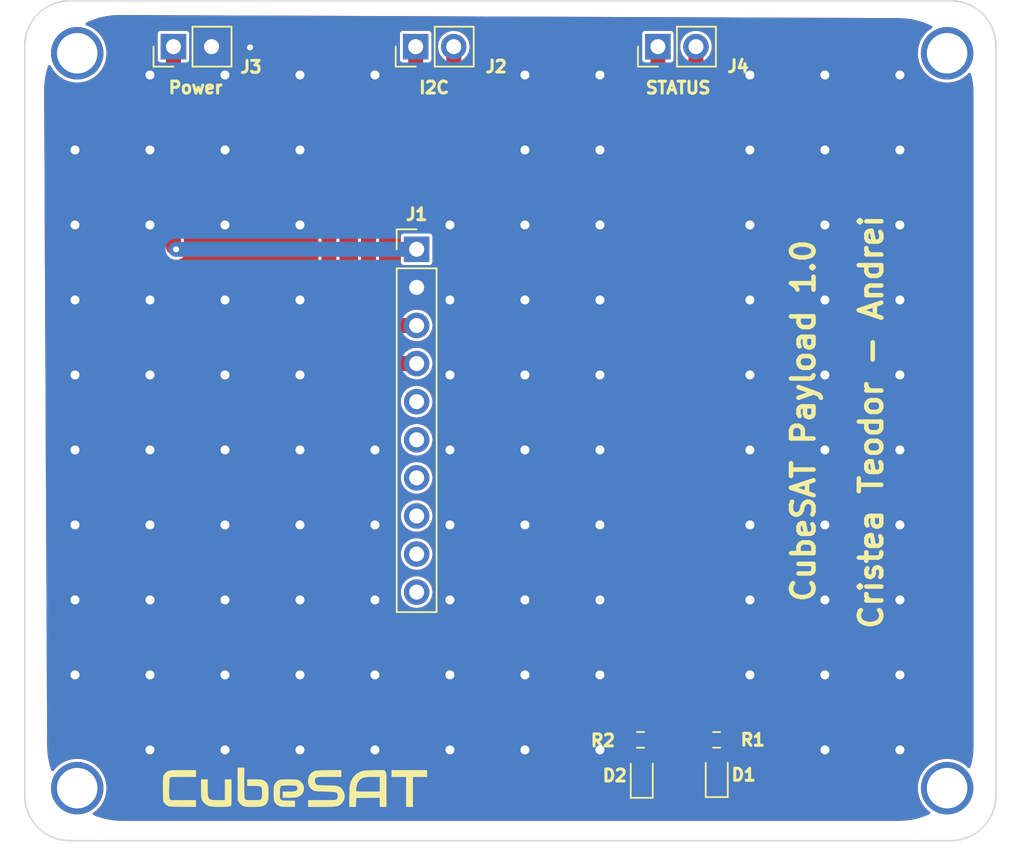
<source format=kicad_pcb>
(kicad_pcb (version 20221018) (generator pcbnew)
  (layers (0 "F.Cu" signal) (31 "B.Cu" signal) (34 "B.Paste" user) (35 "F.Paste" user) (36 "B.SilkS" user "B.Silkscreen") (37 "F.SilkS" user "F.Silkscreen") (38 "B.Mask" user) (39 "F.Mask" user) (44 "Edge.Cuts" user))
  (net 0 "")
  (net 1 "/SDA")
  (net 2 "/SCL")
  (net 3 "+3V3")
  (net 4 "GND")
  (net 11 "Net-(D1-A)")
  (net 12 "Net-(D2-A)")
  (net 13 "Net-(J4-Pin_1)")
  (net 14 "Net-(J4-Pin_2)")
  (footprint "LED_SMD:LED_0603_1608Metric" (layer "F.Cu") (at 153.32 116.99 90)
    (fp_text reference "D1" (at -0.0025 1.79 180) (layer "F.SilkS") (effects (font (size 0.8 0.8) (thickness 0.2) bold)))
    (fp_text value "C2286" hide)
    (fp_line (start -1.485 -0.735) (end -1.485 0.735) (stroke (width 0.12)) (layer "F.SilkS"))
    (fp_line (start -1.485 0.735) (end 0.8 0.735) (stroke (width 0.12)) (layer "F.SilkS"))
    (fp_line (start 0.8 -0.735) (end -1.485 -0.735) (stroke (width 0.12)) (layer "F.SilkS"))
    (pad "1" smd roundrect (at -0.7875 0 90) (size 0.875 0.95) (layers "F.Cu" "F.Paste" "F.Mask") (net 4 "GND"))
    (pad "2" smd roundrect (at 0.7875 0 90) (size 0.875 0.95) (layers "F.Cu" "F.Paste" "F.Mask") (net 11 "Net-(D1-A)"))
  )
  (footprint "LED_SMD:LED_0603_1608Metric" (layer "F.Cu") (at 148.32 117.04 90)
    (fp_text reference "D2" (at 0 -1.8 180) (layer "F.SilkS") (effects (font (size 0.8 0.8) (thickness 0.2) bold)))
    (fp_text value "C434449" hide)
    (fp_line (start -1.485 -0.735) (end -1.485 0.735) (stroke (width 0.12)) (layer "F.SilkS"))
    (fp_line (start -1.485 0.735) (end 0.8 0.735) (stroke (width 0.12)) (layer "F.SilkS"))
    (fp_line (start 0.8 -0.735) (end -1.485 -0.735) (stroke (width 0.12)) (layer "F.SilkS"))
    (pad "1" smd roundrect (at -0.7875 0 90) (size 0.875 0.95) (layers "F.Cu" "F.Paste" "F.Mask") (net 4 "GND"))
    (pad "2" smd roundrect (at 0.7875 0 90) (size 0.875 0.95) (layers "F.Cu" "F.Paste" "F.Mask") (net 12 "Net-(D2-A)"))
  )
  (footprint "Resistor_SMD:R_0603_1608Metric" (layer "F.Cu") (at 153.31 114.66)
    (fp_text reference "R1" (at 2.41 0) (layer "F.SilkS") (effects (font (size 0.8 0.8) (thickness 0.2) bold)))
    (fp_text value "220R" hide)
    (fp_line (start -0.237258 -0.5225) (end 0.237258 -0.5225) (stroke (width 0.12)) (layer "F.SilkS"))
    (fp_line (start -0.237258 0.5225) (end 0.237258 0.5225) (stroke (width 0.12)) (layer "F.SilkS"))
    (pad "1" smd roundrect (at -0.825 0) (size 0.8 0.95) (layers "F.Cu" "F.Paste" "F.Mask") (net 14 "Net-(J4-Pin_2)"))
    (pad "2" smd roundrect (at 0.825 0) (size 0.8 0.95) (layers "F.Cu" "F.Paste" "F.Mask") (net 11 "Net-(D1-A)"))
  )
  (footprint "Logo:Logo" (layer "F.Cu") (at 125.198682 117.768692)
    (fp_text reference "G***" hide)
    (fp_text value "LOGO" hide)
    (fp_poly (pts (xy 8.805334 -0.8636) (xy 8.805334 -0.643467) (xy 8.3312 -0.643467) (xy 7.857067 -0.643467) (xy 7.857067 0.3556) (xy 7.857067 1.354667) (xy 7.636934 1.354667) (xy 7.4168 1.354667) (xy 7.4168 0.3556) (xy 7.4168 -0.643467) (xy 6.925734 -0.643467) (xy 6.434667 -0.643467) (xy 6.434667 -0.8636) (xy 6.434667 -1.083733) (xy 7.62 -1.083733) (xy 8.805334 -1.083733)) (fill solid) (layer "F.SilkS"))
    (fp_poly (pts (xy -5.825067 0.087908) (xy -5.823319 0.345181) (xy -5.81353 0.54264) (xy -5.788878 0.688195) (xy -5.742541 0.789755) (xy -5.6677 0.855229) (xy -5.557533 0.892525) (xy -5.405219 0.909553) (xy -5.203937 0.914222) (xy -5.112273 0.9144) (xy -4.6736 0.9144) (xy -4.6736 0.220134) (xy -4.6736 -0.474133) (xy -4.453466 -0.474133) (xy -4.233333 -0.474133) (xy -4.233333 0.387546) (xy -4.23348 0.651057) (xy -4.234372 0.855069) (xy -4.236688 1.007816) (xy -4.241105 1.117532) (xy -4.2483 1.192451) (xy -4.258953 1.240807) (xy -4.27374 1.270834) (xy -4.293339 1.290767) (xy -4.308602 1.301946) (xy -4.374164 1.323161) (xy -4.493777 1.339145) (xy -4.653966 1.349942) (xy -4.841255 1.355598) (xy -5.042168 1.356156) (xy -5.24323 1.351661) (xy -5.430964 1.342158) (xy -5.591894 1.327692) (xy -5.712545 1.308307) (xy -5.752471 1.297169) (xy -5.899835 1.22131) (xy -6.039807 1.108289) (xy -6.153893 0.976297) (xy -6.223598 0.843523) (xy -6.22774 0.829733) (xy -6.240185 0.750739) (xy -6.250886 0.618575) (xy -6.259086 0.447798) (xy -6.264028 0.252965) (xy -6.265144 0.110067) (xy -6.265333 -0.474133) (xy -6.0452 -0.474133) (xy -5.825067 -0.474133)) (fill solid) (layer "F.SilkS"))
    (fp_poly (pts (xy -6.604 -0.8636) (xy -6.604 -0.643467) (xy -7.44652 -0.643467) (xy -7.710598 -0.643025) (xy -7.915046 -0.641362) (xy -8.067959 -0.637968) (xy -8.177438 -0.632333) (xy -8.251579 -0.623948) (xy -8.298482 -0.612304) (xy -8.326243 -0.596892) (xy -8.33552 -0.587562) (xy -8.353402 -0.547661) (xy -8.367337 -0.471269) (xy -8.377932 -0.350982) (xy -8.385792 -0.179395) (xy -8.391523 0.050896) (xy -8.392547 0.109474) (xy -8.395543 0.340849) (xy -8.395467 0.514392) (xy -8.391731 0.639958) (xy -8.383747 0.727402) (xy -8.370928 0.786579) (xy -8.352687 0.827346) (xy -8.349433 0.832503) (xy -8.295772 0.9144) (xy -7.449886 0.9144) (xy -6.604 0.9144) (xy -6.604 1.134533) (xy -6.604 1.354667) (xy -7.459133 1.351612) (xy -7.699145 1.349556) (xy -7.921856 1.345389) (xy -8.116664 1.339488) (xy -8.272963 1.332232) (xy -8.380152 1.323996) (xy -8.422124 1.31735) (xy -8.533889 1.260855) (xy -8.648305 1.16598) (xy -8.740141 1.056075) (xy -8.774417 0.991307) (xy -8.783251 0.934972) (xy -8.791052 0.821668) (xy -8.797443 0.662154) (xy -8.802048 0.467191) (xy -8.804489 0.247539) (xy -8.804776 0.124795) (xy -8.804303 -0.12689) (xy -8.802757 -0.320426) (xy -8.799342 -0.465395) (xy -8.793264 -0.571379) (xy -8.783726 -0.647962) (xy -8.769934 -0.704727) (xy -8.751092 -0.751255) (xy -8.728576 -0.793326) (xy -8.622172 -0.922073) (xy -8.503673 -1.004992) (xy -8.455949 -1.028954) (xy -8.408746 -1.047487) (xy -8.353003 -1.061288) (xy -8.279659 -1.071053) (xy -8.179651 -1.07748) (xy -8.043919 -1.081264) (xy -7.8634 -1.083101) (xy -7.629034 -1.08369) (xy -7.479206 -1.083733) (xy -6.604 -1.083733)) (fill solid) (layer "F.SilkS"))
    (fp_poly (pts (xy 6.025809 -0.994499) (xy 6.04486 -0.967921) (xy 6.060112 -0.93693) (xy 6.071989 -0.894204) (xy 6.08091 -0.832421) (xy 6.087299 -0.744258) (xy 6.091575 -0.622394) (xy 6.094161 -0.459506) (xy 6.095479 -0.248273) (xy 6.095949 0.018628) (xy 6.096 0.224701) (xy 6.096 1.354667) (xy 5.875867 1.354667) (xy 5.655733 1.354667) (xy 5.655733 1.049243) (xy 5.655733 0.743818) (xy 4.868333 0.752909) (xy 4.080933 0.762) (xy 4.071148 1.058333) (xy 4.061363 1.354667) (xy 3.842548 1.354667) (xy 3.623733 1.354667) (xy 3.624404 0.770467) (xy 3.626627 0.557905) (xy 3.632331 0.350059) (xy 3.635656 0.277044) (xy 4.074489 0.277044) (xy 4.078279 0.29316) (xy 4.096903 0.308285) (xy 4.144494 0.319838) (xy 4.228248 0.328232) (xy 4.355363 0.333877) (xy 4.533038 0.337184) (xy 4.768471 0.338563) (xy 4.875737 0.338667) (xy 5.655733 0.338667) (xy 5.655733 -0.1524) (xy 5.655733 -0.643467) (xy 5.185858 -0.643467) (xy 4.935554 -0.639112) (xy 4.740832 -0.624276) (xy 4.589995 -0.596297) (xy 4.471346 -0.552515) (xy 4.373186 -0.490269) (xy 4.323923 -0.447418) (xy 4.244835 -0.359317) (xy 4.181436 -0.267503) (xy 4.17717 -0.259624) (xy 4.144396 -0.17335) (xy 4.113696 -0.053938) (xy 4.089116 0.076004) (xy 4.074698 0.193867) (xy 4.074489 0.277044) (xy 3.635656 0.277044) (xy 3.640787 0.164384) (xy 3.651269 0.018336) (xy 3.658345 -0.043827) (xy 3.726241 -0.32431) (xy 3.844085 -0.561086) (xy 4.015012 -0.759404) (xy 4.149397 -0.865608) (xy 4.261161 -0.935929) (xy 4.373693 -0.9897) (xy 4.498243 -1.029007) (xy 4.646061 -1.055937) (xy 4.828398 -1.072578) (xy 5.056502 -1.081015) (xy 5.323075 -1.083331) (xy 5.955617 -1.083733)) (fill solid) (layer "F.SilkS"))
    (fp_poly (pts (xy -3.386667 -0.244602) (xy -3.386224 0.05051) (xy -3.384654 0.285307) (xy -3.381598 0.467202) (xy -3.376694 0.603608) (xy -3.369582 0.70194) (xy -3.359901 0.769612) (xy -3.347291 0.814036) (xy -3.333946 0.839131) (xy -3.309849 0.868641) (xy -3.278242 0.88923) (xy -3.227648 0.902499) (xy -3.146589 0.910047) (xy -3.02359 0.913474) (xy -2.847174 0.91438) (xy -2.794 0.9144) (xy -2.580889 0.91364) (xy -2.426162 0.906274) (xy -2.320477 0.884675) (xy -2.254493 0.841217) (xy -2.218868 0.768272) (xy -2.204261 0.658212) (xy -2.201329 0.503411) (xy -2.201333 0.430505) (xy -2.201761 0.25477) (xy -2.20964 0.130055) (xy -2.234864 0.047626) (xy -2.287328 -0.001248) (xy -2.376926 -0.0253) (xy -2.513552 -0.033265) (xy -2.707101 -0.033874) (xy -2.727458 -0.033866) (xy -3.183467 -0.033866) (xy -3.183467 -0.254) (xy -3.183467 -0.474133) (xy -2.7178 -0.473389) (xy -2.515803 -0.471376) (xy -2.36754 -0.465105) (xy -2.259068 -0.453109) (xy -2.176446 -0.433925) (xy -2.114005 -0.409911) (xy -1.985994 -0.336104) (xy -1.890446 -0.240781) (xy -1.824085 -0.115066) (xy -1.783636 0.049916) (xy -1.765821 0.263041) (xy -1.767243 0.529537) (xy -1.774154 0.706357) (xy -1.783165 0.831082) (xy -1.797318 0.919346) (xy -1.819652 0.98678) (xy -1.853207 1.049017) (xy -1.874783 1.082529) (xy -1.943291 1.173844) (xy -2.01859 1.242442) (xy -2.111247 1.291441) (xy -2.231831 1.323962) (xy -2.390907 1.343124) (xy -2.599045 1.352047) (xy -2.794 1.353896) (xy -3.002608 1.353344) (xy -3.156291 1.35016) (xy -3.267848 1.343008) (xy -3.350073 1.330553) (xy -3.415765 1.311457) (xy -3.47772 1.284385) (xy -3.482568 1.281998) (xy -3.61218 1.192584) (xy -3.718012 1.075341) (xy -3.719634 1.07291) (xy -3.81 0.936437) (xy -3.82059 -0.158315) (xy -3.831181 -1.253066) (xy -3.608924 -1.253066) (xy -3.386667 -1.253066)) (fill solid) (layer "F.SilkS"))
    (fp_poly (pts (xy -0.187966 -0.47269) (xy -0.035556 -0.469593) (xy 0.073877 -0.462894) (xy 0.15271 -0.451201) (xy 0.213319 -0.433125) (xy 0.268078 -0.407273) (xy 0.286865 -0.39686) (xy 0.438401 -0.277944) (xy 0.538872 -0.130219) (xy 0.589885 0.034553) (xy 0.593047 0.20461) (xy 0.549964 0.368192) (xy 0.462243 0.513537) (xy 0.331491 0.628882) (xy 0.159314 0.702468) (xy 0.135935 0.707936) (xy 0.02931 0.723302) (xy -0.122369 0.735569) (xy -0.296443 0.743236) (xy -0.425 0.745067) (xy -0.8128 0.745067) (xy -0.8128 0.541867) (xy -0.8128 0.338667) (xy -0.414866 0.338168) (xy -0.204032 0.334601) (xy -0.05136 0.322334) (xy 0.052504 0.298101) (xy 0.116913 0.258634) (xy 0.15122 0.200669) (xy 0.163533 0.136189) (xy 0.165018 0.063391) (xy 0.147669 0.010172) (xy 0.102793 -0.026479) (xy 0.021696 -0.049569) (xy -0.104317 -0.062107) (xy -0.283939 -0.067103) (xy -0.425659 -0.067733) (xy -0.620945 -0.066622) (xy -0.759486 -0.062512) (xy -0.852247 -0.054241) (xy -0.910191 -0.040644) (xy -0.944283 -0.020558) (xy -0.952586 -0.011807) (xy -0.979676 0.05739) (xy -0.999554 0.187659) (xy -1.01085 0.362138) (xy -1.016393 0.572516) (xy -1.009089 0.725382) (xy -0.979967 0.829914) (xy -0.920054 0.895289) (xy -0.820377 0.930686) (xy -0.671965 0.945282) (xy -0.465845 0.948255) (xy -0.437847 0.948267) (xy 0 0.948267) (xy 0 1.151467) (xy 0 1.354667) (xy -0.465666 1.353923) (xy -0.667348 1.351926) (xy -0.8152 1.345707) (xy -0.923073 1.33381) (xy -1.004813 1.314777) (xy -1.0668 1.290657) (xy -1.23834 1.18074) (xy -1.356039 1.036478) (xy -1.386277 0.971462) (xy -1.402012 0.892948) (xy -1.413106 0.764203) (xy -1.419521 0.602574) (xy -1.421214 0.425409) (xy -1.418148 0.250053) (xy -1.410281 0.093853) (xy -1.397575 -0.025844) (xy -1.388675 -0.069235) (xy -1.327841 -0.1923) (xy -1.224881 -0.312911) (xy -1.102051 -0.407574) (xy -1.039195 -0.438189) (xy -0.972403 -0.450695) (xy -0.851496 -0.461172) (xy -0.690079 -0.468873) (xy -0.501759 -0.473048) (xy -0.395728 -0.473576)) (fill solid) (layer "F.SilkS"))
    (fp_poly (pts (xy 3.081867 -0.8636) (xy 3.081867 -0.643467) (xy 2.27554 -0.643467) (xy 2.005919 -0.643041) (xy 1.795958 -0.640679) (xy 1.637584 -0.634748) (xy 1.522723 -0.623618) (xy 1.443302 -0.605658) (xy 1.391248 -0.579238) (xy 1.358489 -0.542725) (xy 1.336951 -0.494491) (xy 1.323747 -0.451197) (xy 1.317364 -0.332436) (xy 1.355445 -0.217685) (xy 1.427138 -0.130017) (xy 1.490134 -0.097485) (xy 1.551042 -0.089695) (xy 1.666683 -0.082543) (xy 1.824055 -0.07655) (xy 2.010157 -0.072235) (xy 2.167467 -0.070365) (xy 2.420976 -0.066474) (xy 2.617788 -0.056886) (xy 2.76888 -0.038772) (xy 2.885228 -0.009307) (xy 2.977807 0.034337) (xy 3.057594 0.094987) (xy 3.135565 0.17547) (xy 3.139577 0.180025) (xy 3.255894 0.359404) (xy 3.311639 0.555094) (xy 3.307284 0.754882) (xy 3.243304 0.946554) (xy 3.120172 1.117896) (xy 3.102537 1.13546) (xy 3.035677 1.196314) (xy 2.96965 1.244771) (xy 2.89601 1.282232) (xy 2.806309 1.310102) (xy 2.6921 1.329781) (xy 2.544937 1.342674) (xy 2.356372 1.350183) (xy 2.117958 1.353711) (xy 1.821249 1.35466) (xy 1.782538 1.354667) (xy 0.880534 1.354667) (xy 0.880534 1.134533) (xy 0.880534 0.9144) (xy 1.780227 0.9144) (xy 2.048694 0.913139) (xy 2.284088 0.90953) (xy 2.478928 0.903834) (xy 2.625734 0.896313) (xy 2.717026 0.887227) (xy 2.742714 0.880793) (xy 2.806479 0.814205) (xy 2.849091 0.71036) (xy 2.861435 0.598655) (xy 2.849345 0.536887) (xy 2.824147 0.478839) (xy 2.792465 0.434539) (xy 2.745295 0.401836) (xy 2.673636 0.378583) (xy 2.568486 0.362627) (xy 2.420842 0.351821) (xy 2.221702 0.344014) (xy 2.018392 0.338462) (xy 1.766282 0.331205) (xy 1.571538 0.322152) (xy 1.423798 0.308907) (xy 1.312697 0.289074) (xy 1.227872 0.260256) (xy 1.158959 0.220058) (xy 1.095595 0.166084) (xy 1.043555 0.11309) (xy 0.946419 -0.018798) (xy 0.892236 -0.171962) (xy 0.874296 -0.365826) (xy 0.874229 -0.377211) (xy 0.900713 -0.594988) (xy 0.982519 -0.775355) (xy 1.106989 -0.910785) (xy 1.174879 -0.96205) (xy 1.245617 -1.002167) (xy 1.328294 -1.032474) (xy 1.432001 -1.05431) (xy 1.565829 -1.069013) (xy 1.73887 -1.077923) (xy 1.960216 -1.082379) (xy 2.238958 -1.083718) (xy 2.281463 -1.083733) (xy 3.081867 -1.083733)) (fill solid) (layer "F.SilkS"))
  )
  (footprint "MountingHole:MountingHole_2.7mm" (layer "F.Cu") (at 168.678682 68.878692)
    (fp_text reference "H2" hide)
    (fp_text value "MountingHole")
    (pad "" np_thru_hole circle (at 0 0) (size 3.5 3.5) (drill 2.7) (layers "*.Cu" "*.Mask"))
  )
  (footprint "MountingHole:MountingHole_2.7mm" (layer "F.Cu") (at 110.678682 68.878692)
    (fp_text reference "H1" hide)
    (fp_text value "MountingHole")
    (pad "" np_thru_hole circle (at 0 0) (size 3.5 3.5) (drill 2.7) (layers "*.Cu" "*.Mask"))
  )
  (footprint "Connector_PinHeader_2.54mm:PinHeader_1x02_P2.54mm_Vertical" (layer "F.Cu") (at 149.395 68.44 90)
    (fp_text reference "J4" (at -1.31 5.345 180) (layer "F.SilkS") (effects (font (size 0.8 0.8) (thickness 0.2) bold)))
    (fp_text value "Conn_01x02_Pin" hide)
    (fp_line (start -1.33 -1.33) (end 0 -1.33) (stroke (width 0.12)) (layer "F.SilkS"))
    (fp_line (start -1.33 0) (end -1.33 -1.33) (stroke (width 0.12)) (layer "F.SilkS"))
    (fp_line (start -1.33 1.27) (end -1.33 3.87) (stroke (width 0.12)) (layer "F.SilkS"))
    (fp_line (start -1.33 1.27) (end 1.33 1.27) (stroke (width 0.12)) (layer "F.SilkS"))
    (fp_line (start -1.33 3.87) (end 1.33 3.87) (stroke (width 0.12)) (layer "F.SilkS"))
    (fp_line (start 1.33 1.27) (end 1.33 3.87) (stroke (width 0.12)) (layer "F.SilkS"))
    (pad "1" thru_hole rect (at 0 0 90) (size 1.7 1.7) (drill 1) (layers "*.Cu" "*.Mask") (net 13 "Net-(J4-Pin_1)"))
    (pad "2" thru_hole oval (at 0 2.54 90) (size 1.7 1.7) (drill 1) (layers "*.Cu" "*.Mask") (net 14 "Net-(J4-Pin_2)"))
  )
  (footprint "Connector_PinHeader_2.54mm:PinHeader_1x02_P2.54mm_Vertical" (layer "F.Cu") (at 133.245 68.44 90)
    (fp_text reference "J2" (at -1.33 5.365 180) (layer "F.SilkS") (effects (font (size 0.8 0.8) (thickness 0.2) bold)))
    (fp_text value "Conn_01x02_Pin" hide)
    (fp_line (start -1.33 -1.33) (end 0 -1.33) (stroke (width 0.12)) (layer "F.SilkS"))
    (fp_line (start -1.33 0) (end -1.33 -1.33) (stroke (width 0.12)) (layer "F.SilkS"))
    (fp_line (start -1.33 1.27) (end -1.33 3.87) (stroke (width 0.12)) (layer "F.SilkS"))
    (fp_line (start -1.33 1.27) (end 1.33 1.27) (stroke (width 0.12)) (layer "F.SilkS"))
    (fp_line (start -1.33 3.87) (end 1.33 3.87) (stroke (width 0.12)) (layer "F.SilkS"))
    (fp_line (start 1.33 1.27) (end 1.33 3.87) (stroke (width 0.12)) (layer "F.SilkS"))
    (pad "1" thru_hole rect (at 0 0 90) (size 1.7 1.7) (drill 1) (layers "*.Cu" "*.Mask") (net 1 "/SDA"))
    (pad "2" thru_hole oval (at 0 2.54 90) (size 1.7 1.7) (drill 1) (layers "*.Cu" "*.Mask") (net 2 "/SCL"))
  )
  (footprint "Resistor_SMD:R_0603_1608Metric" (layer "F.Cu") (at 148.23 114.66 180)
    (fp_text reference "R2" (at 2.5 -0.04) (layer "F.SilkS") (effects (font (size 0.8 0.8) (thickness 0.2) bold)))
    (fp_text value "180R" hide)
    (fp_line (start -0.237258 -0.5225) (end 0.237258 -0.5225) (stroke (width 0.12)) (layer "F.SilkS"))
    (fp_line (start -0.237258 0.5225) (end 0.237258 0.5225) (stroke (width 0.12)) (layer "F.SilkS"))
    (pad "1" smd roundrect (at -0.825 0 180) (size 0.8 0.95) (layers "F.Cu" "F.Paste" "F.Mask") (net 13 "Net-(J4-Pin_1)"))
    (pad "2" smd roundrect (at 0.825 0 180) (size 0.8 0.95) (layers "F.Cu" "F.Paste" "F.Mask") (net 12 "Net-(D2-A)"))
  )
  (footprint "MountingHole:MountingHole_2.7mm" (layer "F.Cu") (at 110.678682 117.878692)
    (fp_text reference "H4" hide)
    (fp_text value "MountingHole")
    (pad "" np_thru_hole circle (at 0 0) (size 3.5 3.5) (drill 2.7) (layers "*.Cu" "*.Mask"))
  )
  (footprint "MountingHole:MountingHole_2.7mm" (layer "F.Cu") (at 168.678682 117.878692)
    (fp_text reference "H3" hide)
    (fp_text value "MountingHole")
    (pad "" np_thru_hole circle (at 0 0) (size 3.5 3.5) (drill 2.7) (layers "*.Cu" "*.Mask"))
  )
  (footprint "Connector_PinHeader_2.54mm:PinHeader_1x02_P2.54mm_Vertical" (layer "F.Cu") (at 117.095 68.44 90)
    (fp_text reference "J3" (at -1.355 5.17 180) (layer "F.SilkS") (effects (font (size 0.8 0.8) (thickness 0.2) bold)))
    (fp_text value "Conn_01x02_Pin" hide)
    (fp_line (start -1.33 -1.33) (end 0 -1.33) (stroke (width 0.12)) (layer "F.SilkS"))
    (fp_line (start -1.33 0) (end -1.33 -1.33) (stroke (width 0.12)) (layer "F.SilkS"))
    (fp_line (start -1.33 1.27) (end -1.33 3.87) (stroke (width 0.12)) (layer "F.SilkS"))
    (fp_line (start -1.33 1.27) (end 1.33 1.27) (stroke (width 0.12)) (layer "F.SilkS"))
    (fp_line (start -1.33 3.87) (end 1.33 3.87) (stroke (width 0.12)) (layer "F.SilkS"))
    (fp_line (start 1.33 1.27) (end 1.33 3.87) (stroke (width 0.12)) (layer "F.SilkS"))
    (pad "1" thru_hole rect (at 0 0 90) (size 1.7 1.7) (drill 1) (layers "*.Cu" "*.Mask") (net 3 "+3V3"))
    (pad "2" thru_hole oval (at 0 2.54 90) (size 1.7 1.7) (drill 1) (layers "*.Cu" "*.Mask") (net 4 "GND"))
  )
  (footprint "Connector_PinHeader_2.54mm:PinHeader_1x10_P2.54mm_Vertical" (layer "F.Cu") (at 133.31 81.95)
    (fp_text reference "J1" (at 0 -2.33) (layer "F.SilkS") (effects (font (size 0.8 0.8) (thickness 0.2) bold)))
    (fp_text value "Conn_01x10_Pin")
    (fp_line (start -1.33 -1.33) (end 0 -1.33) (stroke (width 0.12)) (layer "F.SilkS"))
    (fp_line (start -1.33 0) (end -1.33 -1.33) (stroke (width 0.12)) (layer "F.SilkS"))
    (fp_line (start -1.33 1.27) (end -1.33 24.19) (stroke (width 0.12)) (layer "F.SilkS"))
    (fp_line (start -1.33 1.27) (end 1.33 1.27) (stroke (width 0.12)) (layer "F.SilkS"))
    (fp_line (start -1.33 24.19) (end 1.33 24.19) (stroke (width 0.12)) (layer "F.SilkS"))
    (fp_line (start 1.33 1.27) (end 1.33 24.19) (stroke (width 0.12)) (layer "F.SilkS"))
    (pad "1" thru_hole rect (at 0 0) (size 1.7 1.7) (drill 1) (layers "*.Cu" "*.Mask") (net 3 "+3V3"))
    (pad "2" thru_hole oval (at 0 2.54) (size 1.7 1.7) (drill 1) (layers "*.Cu" "*.Mask") (net 4 "GND"))
    (pad "3" thru_hole oval (at 0 5.08) (size 1.7 1.7) (drill 1) (layers "*.Cu" "*.Mask") (net 2 "/SCL"))
    (pad "4" thru_hole oval (at 0 7.62) (size 1.7 1.7) (drill 1) (layers "*.Cu" "*.Mask") (net 1 "/SDA"))
    (pad "5" thru_hole oval (at 0 10.16) (size 1.7 1.7) (drill 1) (layers "*.Cu" "*.Mask"))
    (pad "6" thru_hole oval (at 0 12.7) (size 1.7 1.7) (drill 1) (layers "*.Cu" "*.Mask"))
    (pad "7" thru_hole oval (at 0 15.24) (size 1.7 1.7) (drill 1) (layers "*.Cu" "*.Mask"))
    (pad "8" thru_hole oval (at 0 17.78) (size 1.7 1.7) (drill 1) (layers "*.Cu" "*.Mask"))
    (pad "9" thru_hole oval (at 0 20.32) (size 1.7 1.7) (drill 1) (layers "*.Cu" "*.Mask"))
    (pad "10" thru_hole oval (at 0 22.86) (size 1.7 1.7) (drill 1) (layers "*.Cu" "*.Mask"))
  )
  (footprint "Logo:Logo" (layer "F.Cu") (at 125.198682 117.768692)
    (fp_text reference "G***" hide)
    (fp_text value "LOGO" hide)
    (fp_poly (pts (xy 8.805334 -0.8636) (xy 8.805334 -0.643467) (xy 8.3312 -0.643467) (xy 7.857067 -0.643467) (xy 7.857067 0.3556) (xy 7.857067 1.354667) (xy 7.636934 1.354667) (xy 7.4168 1.354667) (xy 7.4168 0.3556) (xy 7.4168 -0.643467) (xy 6.925734 -0.643467) (xy 6.434667 -0.643467) (xy 6.434667 -0.8636) (xy 6.434667 -1.083733) (xy 7.62 -1.083733) (xy 8.805334 -1.083733)) (fill solid) (layer "F.SilkS"))
    (fp_poly (pts (xy -5.825067 0.087908) (xy -5.823319 0.345181) (xy -5.81353 0.54264) (xy -5.788878 0.688195) (xy -5.742541 0.789755) (xy -5.6677 0.855229) (xy -5.557533 0.892525) (xy -5.405219 0.909553) (xy -5.203937 0.914222) (xy -5.112273 0.9144) (xy -4.6736 0.9144) (xy -4.6736 0.220134) (xy -4.6736 -0.474133) (xy -4.453466 -0.474133) (xy -4.233333 -0.474133) (xy -4.233333 0.387546) (xy -4.23348 0.651057) (xy -4.234372 0.855069) (xy -4.236688 1.007816) (xy -4.241105 1.117532) (xy -4.2483 1.192451) (xy -4.258953 1.240807) (xy -4.27374 1.270834) (xy -4.293339 1.290767) (xy -4.308602 1.301946) (xy -4.374164 1.323161) (xy -4.493777 1.339145) (xy -4.653966 1.349942) (xy -4.841255 1.355598) (xy -5.042168 1.356156) (xy -5.24323 1.351661) (xy -5.430964 1.342158) (xy -5.591894 1.327692) (xy -5.712545 1.308307) (xy -5.752471 1.297169) (xy -5.899835 1.22131) (xy -6.039807 1.108289) (xy -6.153893 0.976297) (xy -6.223598 0.843523) (xy -6.22774 0.829733) (xy -6.240185 0.750739) (xy -6.250886 0.618575) (xy -6.259086 0.447798) (xy -6.264028 0.252965) (xy -6.265144 0.110067) (xy -6.265333 -0.474133) (xy -6.0452 -0.474133) (xy -5.825067 -0.474133)) (fill solid) (layer "F.SilkS"))
    (fp_poly (pts (xy -6.604 -0.8636) (xy -6.604 -0.643467) (xy -7.44652 -0.643467) (xy -7.710598 -0.643025) (xy -7.915046 -0.641362) (xy -8.067959 -0.637968) (xy -8.177438 -0.632333) (xy -8.251579 -0.623948) (xy -8.298482 -0.612304) (xy -8.326243 -0.596892) (xy -8.33552 -0.587562) (xy -8.353402 -0.547661) (xy -8.367337 -0.471269) (xy -8.377932 -0.350982) (xy -8.385792 -0.179395) (xy -8.391523 0.050896) (xy -8.392547 0.109474) (xy -8.395543 0.340849) (xy -8.395467 0.514392) (xy -8.391731 0.639958) (xy -8.383747 0.727402) (xy -8.370928 0.786579) (xy -8.352687 0.827346) (xy -8.349433 0.832503) (xy -8.295772 0.9144) (xy -7.449886 0.9144) (xy -6.604 0.9144) (xy -6.604 1.134533) (xy -6.604 1.354667) (xy -7.459133 1.351612) (xy -7.699145 1.349556) (xy -7.921856 1.345389) (xy -8.116664 1.339488) (xy -8.272963 1.332232) (xy -8.380152 1.323996) (xy -8.422124 1.31735) (xy -8.533889 1.260855) (xy -8.648305 1.16598) (xy -8.740141 1.056075) (xy -8.774417 0.991307) (xy -8.783251 0.934972) (xy -8.791052 0.821668) (xy -8.797443 0.662154) (xy -8.802048 0.467191) (xy -8.804489 0.247539) (xy -8.804776 0.124795) (xy -8.804303 -0.12689) (xy -8.802757 -0.320426) (xy -8.799342 -0.465395) (xy -8.793264 -0.571379) (xy -8.783726 -0.647962) (xy -8.769934 -0.704727) (xy -8.751092 -0.751255) (xy -8.728576 -0.793326) (xy -8.622172 -0.922073) (xy -8.503673 -1.004992) (xy -8.455949 -1.028954) (xy -8.408746 -1.047487) (xy -8.353003 -1.061288) (xy -8.279659 -1.071053) (xy -8.179651 -1.07748) (xy -8.043919 -1.081264) (xy -7.8634 -1.083101) (xy -7.629034 -1.08369) (xy -7.479206 -1.083733) (xy -6.604 -1.083733)) (fill solid) (layer "F.SilkS"))
    (fp_poly (pts (xy 6.025809 -0.994499) (xy 6.04486 -0.967921) (xy 6.060112 -0.93693) (xy 6.071989 -0.894204) (xy 6.08091 -0.832421) (xy 6.087299 -0.744258) (xy 6.091575 -0.622394) (xy 6.094161 -0.459506) (xy 6.095479 -0.248273) (xy 6.095949 0.018628) (xy 6.096 0.224701) (xy 6.096 1.354667) (xy 5.875867 1.354667) (xy 5.655733 1.354667) (xy 5.655733 1.049243) (xy 5.655733 0.743818) (xy 4.868333 0.752909) (xy 4.080933 0.762) (xy 4.071148 1.058333) (xy 4.061363 1.354667) (xy 3.842548 1.354667) (xy 3.623733 1.354667) (xy 3.624404 0.770467) (xy 3.626627 0.557905) (xy 3.632331 0.350059) (xy 3.635656 0.277044) (xy 4.074489 0.277044) (xy 4.078279 0.29316) (xy 4.096903 0.308285) (xy 4.144494 0.319838) (xy 4.228248 0.328232) (xy 4.355363 0.333877) (xy 4.533038 0.337184) (xy 4.768471 0.338563) (xy 4.875737 0.338667) (xy 5.655733 0.338667) (xy 5.655733 -0.1524) (xy 5.655733 -0.643467) (xy 5.185858 -0.643467) (xy 4.935554 -0.639112) (xy 4.740832 -0.624276) (xy 4.589995 -0.596297) (xy 4.471346 -0.552515) (xy 4.373186 -0.490269) (xy 4.323923 -0.447418) (xy 4.244835 -0.359317) (xy 4.181436 -0.267503) (xy 4.17717 -0.259624) (xy 4.144396 -0.17335) (xy 4.113696 -0.053938) (xy 4.089116 0.076004) (xy 4.074698 0.193867) (xy 4.074489 0.277044) (xy 3.635656 0.277044) (xy 3.640787 0.164384) (xy 3.651269 0.018336) (xy 3.658345 -0.043827) (xy 3.726241 -0.32431) (xy 3.844085 -0.561086) (xy 4.015012 -0.759404) (xy 4.149397 -0.865608) (xy 4.261161 -0.935929) (xy 4.373693 -0.9897) (xy 4.498243 -1.029007) (xy 4.646061 -1.055937) (xy 4.828398 -1.072578) (xy 5.056502 -1.081015) (xy 5.323075 -1.083331) (xy 5.955617 -1.083733)) (fill solid) (layer "F.SilkS"))
    (fp_poly (pts (xy -3.386667 -0.244602) (xy -3.386224 0.05051) (xy -3.384654 0.285307) (xy -3.381598 0.467202) (xy -3.376694 0.603608) (xy -3.369582 0.70194) (xy -3.359901 0.769612) (xy -3.347291 0.814036) (xy -3.333946 0.839131) (xy -3.309849 0.868641) (xy -3.278242 0.88923) (xy -3.227648 0.902499) (xy -3.146589 0.910047) (xy -3.02359 0.913474) (xy -2.847174 0.91438) (xy -2.794 0.9144) (xy -2.580889 0.91364) (xy -2.426162 0.906274) (xy -2.320477 0.884675) (xy -2.254493 0.841217) (xy -2.218868 0.768272) (xy -2.204261 0.658212) (xy -2.201329 0.503411) (xy -2.201333 0.430505) (xy -2.201761 0.25477) (xy -2.20964 0.130055) (xy -2.234864 0.047626) (xy -2.287328 -0.001248) (xy -2.376926 -0.0253) (xy -2.513552 -0.033265) (xy -2.707101 -0.033874) (xy -2.727458 -0.033866) (xy -3.183467 -0.033866) (xy -3.183467 -0.254) (xy -3.183467 -0.474133) (xy -2.7178 -0.473389) (xy -2.515803 -0.471376) (xy -2.36754 -0.465105) (xy -2.259068 -0.453109) (xy -2.176446 -0.433925) (xy -2.114005 -0.409911) (xy -1.985994 -0.336104) (xy -1.890446 -0.240781) (xy -1.824085 -0.115066) (xy -1.783636 0.049916) (xy -1.765821 0.263041) (xy -1.767243 0.529537) (xy -1.774154 0.706357) (xy -1.783165 0.831082) (xy -1.797318 0.919346) (xy -1.819652 0.98678) (xy -1.853207 1.049017) (xy -1.874783 1.082529) (xy -1.943291 1.173844) (xy -2.01859 1.242442) (xy -2.111247 1.291441) (xy -2.231831 1.323962) (xy -2.390907 1.343124) (xy -2.599045 1.352047) (xy -2.794 1.353896) (xy -3.002608 1.353344) (xy -3.156291 1.35016) (xy -3.267848 1.343008) (xy -3.350073 1.330553) (xy -3.415765 1.311457) (xy -3.47772 1.284385) (xy -3.482568 1.281998) (xy -3.61218 1.192584) (xy -3.718012 1.075341) (xy -3.719634 1.07291) (xy -3.81 0.936437) (xy -3.82059 -0.158315) (xy -3.831181 -1.253066) (xy -3.608924 -1.253066) (xy -3.386667 -1.253066)) (fill solid) (layer "F.SilkS"))
    (fp_poly (pts (xy -0.187966 -0.47269) (xy -0.035556 -0.469593) (xy 0.073877 -0.462894) (xy 0.15271 -0.451201) (xy 0.213319 -0.433125) (xy 0.268078 -0.407273) (xy 0.286865 -0.39686) (xy 0.438401 -0.277944) (xy 0.538872 -0.130219) (xy 0.589885 0.034553) (xy 0.593047 0.20461) (xy 0.549964 0.368192) (xy 0.462243 0.513537) (xy 0.331491 0.628882) (xy 0.159314 0.702468) (xy 0.135935 0.707936) (xy 0.02931 0.723302) (xy -0.122369 0.735569) (xy -0.296443 0.743236) (xy -0.425 0.745067) (xy -0.8128 0.745067) (xy -0.8128 0.541867) (xy -0.8128 0.338667) (xy -0.414866 0.338168) (xy -0.204032 0.334601) (xy -0.05136 0.322334) (xy 0.052504 0.298101) (xy 0.116913 0.258634) (xy 0.15122 0.200669) (xy 0.163533 0.136189) (xy 0.165018 0.063391) (xy 0.147669 0.010172) (xy 0.102793 -0.026479) (xy 0.021696 -0.049569) (xy -0.104317 -0.062107) (xy -0.283939 -0.067103) (xy -0.425659 -0.067733) (xy -0.620945 -0.066622) (xy -0.759486 -0.062512) (xy -0.852247 -0.054241) (xy -0.910191 -0.040644) (xy -0.944283 -0.020558) (xy -0.952586 -0.011807) (xy -0.979676 0.05739) (xy -0.999554 0.187659) (xy -1.01085 0.362138) (xy -1.016393 0.572516) (xy -1.009089 0.725382) (xy -0.979967 0.829914) (xy -0.920054 0.895289) (xy -0.820377 0.930686) (xy -0.671965 0.945282) (xy -0.465845 0.948255) (xy -0.437847 0.948267) (xy 0 0.948267) (xy 0 1.151467) (xy 0 1.354667) (xy -0.465666 1.353923) (xy -0.667348 1.351926) (xy -0.8152 1.345707) (xy -0.923073 1.33381) (xy -1.004813 1.314777) (xy -1.0668 1.290657) (xy -1.23834 1.18074) (xy -1.356039 1.036478) (xy -1.386277 0.971462) (xy -1.402012 0.892948) (xy -1.413106 0.764203) (xy -1.419521 0.602574) (xy -1.421214 0.425409) (xy -1.418148 0.250053) (xy -1.410281 0.093853) (xy -1.397575 -0.025844) (xy -1.388675 -0.069235) (xy -1.327841 -0.1923) (xy -1.224881 -0.312911) (xy -1.102051 -0.407574) (xy -1.039195 -0.438189) (xy -0.972403 -0.450695) (xy -0.851496 -0.461172) (xy -0.690079 -0.468873) (xy -0.501759 -0.473048) (xy -0.395728 -0.473576)) (fill solid) (layer "F.SilkS"))
    (fp_poly (pts (xy 3.081867 -0.8636) (xy 3.081867 -0.643467) (xy 2.27554 -0.643467) (xy 2.005919 -0.643041) (xy 1.795958 -0.640679) (xy 1.637584 -0.634748) (xy 1.522723 -0.623618) (xy 1.443302 -0.605658) (xy 1.391248 -0.579238) (xy 1.358489 -0.542725) (xy 1.336951 -0.494491) (xy 1.323747 -0.451197) (xy 1.317364 -0.332436) (xy 1.355445 -0.217685) (xy 1.427138 -0.130017) (xy 1.490134 -0.097485) (xy 1.551042 -0.089695) (xy 1.666683 -0.082543) (xy 1.824055 -0.07655) (xy 2.010157 -0.072235) (xy 2.167467 -0.070365) (xy 2.420976 -0.066474) (xy 2.617788 -0.056886) (xy 2.76888 -0.038772) (xy 2.885228 -0.009307) (xy 2.977807 0.034337) (xy 3.057594 0.094987) (xy 3.135565 0.17547) (xy 3.139577 0.180025) (xy 3.255894 0.359404) (xy 3.311639 0.555094) (xy 3.307284 0.754882) (xy 3.243304 0.946554) (xy 3.120172 1.117896) (xy 3.102537 1.13546) (xy 3.035677 1.196314) (xy 2.96965 1.244771) (xy 2.89601 1.282232) (xy 2.806309 1.310102) (xy 2.6921 1.329781) (xy 2.544937 1.342674) (xy 2.356372 1.350183) (xy 2.117958 1.353711) (xy 1.821249 1.35466) (xy 1.782538 1.354667) (xy 0.880534 1.354667) (xy 0.880534 1.134533) (xy 0.880534 0.9144) (xy 1.780227 0.9144) (xy 2.048694 0.913139) (xy 2.284088 0.90953) (xy 2.478928 0.903834) (xy 2.625734 0.896313) (xy 2.717026 0.887227) (xy 2.742714 0.880793) (xy 2.806479 0.814205) (xy 2.849091 0.71036) (xy 2.861435 0.598655) (xy 2.849345 0.536887) (xy 2.824147 0.478839) (xy 2.792465 0.434539) (xy 2.745295 0.401836) (xy 2.673636 0.378583) (xy 2.568486 0.362627) (xy 2.420842 0.351821) (xy 2.221702 0.344014) (xy 2.018392 0.338462) (xy 1.766282 0.331205) (xy 1.571538 0.322152) (xy 1.423798 0.308907) (xy 1.312697 0.289074) (xy 1.227872 0.260256) (xy 1.158959 0.220058) (xy 1.095595 0.166084) (xy 1.043555 0.11309) (xy 0.946419 -0.018798) (xy 0.892236 -0.171962) (xy 0.874296 -0.365826) (xy 0.874229 -0.377211) (xy 0.900713 -0.594988) (xy 0.982519 -0.775355) (xy 1.106989 -0.910785) (xy 1.174879 -0.96205) (xy 1.245617 -1.002167) (xy 1.328294 -1.032474) (xy 1.432001 -1.05431) (xy 1.565829 -1.069013) (xy 1.73887 -1.077923) (xy 1.960216 -1.082379) (xy 2.238958 -1.083718) (xy 2.281463 -1.083733) (xy 3.081867 -1.083733)) (fill solid) (layer "F.SilkS"))
  )
  (gr_arc (start 110.178682 121.378692) (mid 108.057362 120.500012) (end 107.178682 118.378692) (stroke (width 0.1)) (layer "Edge.Cuts"))
  (gr_line (start 107.178682 118.378692) (end 107.178682 68.378692) (stroke (width 0.1)) (layer "Edge.Cuts"))
  (gr_line (start 171.928682 68.378692) (end 171.928682 118.378692) (stroke (width 0.1)) (layer "Edge.Cuts"))
  (gr_arc (start 168.928682 65.378692) (mid 171.050002 66.257372) (end 171.928682 68.378692) (stroke (width 0.1)) (layer "Edge.Cuts"))
  (gr_arc (start 171.928682 118.378692) (mid 171.050002 120.500012) (end 168.928682 121.378692) (stroke (width 0.1)) (layer "Edge.Cuts"))
  (gr_line (start 110.178682 65.378692) (end 168.928682 65.378692) (stroke (width 0.1)) (layer "Edge.Cuts"))
  (gr_arc (start 107.178682 68.378692) (mid 108.057362 66.257372) (end 110.178682 65.378692) (stroke (width 0.1)) (layer "Edge.Cuts"))
  (gr_line (start 168.928682 121.378692) (end 110.178682 121.378692) (stroke (width 0.1)) (layer "Edge.Cuts"))
  (gr_text "I2C\n" (at 133.37 71.64) (layer "F.SilkS") (effects (font (size 0.8 0.8) (thickness 0.2) bold) (justify left bottom)))
  (gr_text "CubeSAT Payload 1.0" (at 159.97 105.62 90) (layer "F.SilkS") (effects (font (size 1.5 1.5) (thickness 0.3) bold) (justify left bottom)))
  (gr_text "STATUS" (at 148.48 71.65) (layer "F.SilkS") (effects (font (size 0.8 0.8) (thickness 0.2) bold) (justify left bottom)))
  (gr_text "Power " (at 116.67 71.64) (layer "F.SilkS") (effects (font (size 0.8 0.8) (thickness 0.2) bold) (justify left bottom)))
  (gr_text "Cristea Teodor - Andrei" (at 164.49 107.42 90) (layer "F.SilkS") (effects (font (size 1.5 1.5) (thickness 0.3) bold) (justify left bottom)))
  (segment (start 127.46 85.52) (end 131.51 89.57) (width 1) (layer "F.Cu") (net 1))
  (segment (start 133.245 71.435) (end 127.46 77.22) (width 1) (layer "F.Cu") (net 1))
  (segment (start 131.51 89.57) (end 133.31 89.57) (width 1) (layer "F.Cu") (net 1))
  (segment (start 133.245 68.45) (end 133.245 71.435) (width 1) (layer "F.Cu") (net 1))
  (segment (start 127.46 77.22) (end 127.46 85.52) (width 1) (layer "F.Cu") (net 1))
  (segment (start 130.1 85.29) (end 131.84 87.03) (width 1) (layer "F.Cu") (net 2))
  (segment (start 131.84 87.03) (end 133.31 87.03) (width 1) (layer "F.Cu") (net 2))
  (segment (start 130.1 78.36) (end 130.1 85.29) (width 1) (layer "F.Cu") (net 2))
  (segment (start 135.785 68.45) (end 135.785 72.675) (width 1) (layer "F.Cu") (net 2))
  (segment (start 135.785 72.675) (end 130.1 78.36) (width 1) (layer "F.Cu") (net 2))
  (segment (start 117.095 68.44) (end 117.095 81.775) (width 1) (layer "F.Cu") (net 3))
  (segment (start 117.095 81.775) (end 117.27 81.95) (width 1) (layer "F.Cu") (net 3))
  (via (at 117.27 81.95) (size 0.8) (drill 0.4) (layers "F.Cu" "B.Cu") (net 3))
  (segment (start 117.27 81.95) (end 133.31 81.95) (width 1) (layer "B.Cu") (net 3))
  (segment (start 119.635 68.44) (end 119.675 68.48) (width 1) (layer "F.Cu") (net 4))
  (segment (start 119.675 68.48) (end 122.19 68.48) (width 1) (layer "F.Cu") (net 4))
  (segment (start 122.19 68.48) (end 122.2 68.49) (width 1) (layer "F.Cu") (net 4))
  (via (at 115.529872 115.328692) (size 1) (drill 0.6) (layers "F.Cu" "B.Cu") (net 4))
  (via (at 165.529872 70.328692) (size 1) (drill 0.6) (layers "F.Cu" "B.Cu") (net 4))
  (via (at 155.529872 95.328692) (size 1) (drill 0.6) (layers "F.Cu" "B.Cu") (net 4))
  (via (at 155.529872 100.328692) (size 1) (drill 0.6) (layers "F.Cu" "B.Cu") (net 4))
  (via (at 145.529872 80.328692) (size 1) (drill 0.6) (layers "F.Cu" "B.Cu") (net 4))
  (via (at 110.529872 85.328692) (size 1) (drill 0.6) (layers "F.Cu" "B.Cu") (net 4))
  (via (at 160.529872 85.328692) (size 1) (drill 0.6) (layers "F.Cu" "B.Cu") (net 4))
  (via (at 160.529872 95.328692) (size 1) (drill 0.6) (layers "F.Cu" "B.Cu") (net 4))
  (via (at 120.529872 95.328692) (size 1) (drill 0.6) (layers "F.Cu" "B.Cu") (net 4))
  (via (at 165.529872 95.328692) (size 1) (drill 0.6) (layers "F.Cu" "B.Cu") (net 4))
  (via (at 155.529872 80.328692) (size 1) (drill 0.6) (layers "F.Cu" "B.Cu") (net 4))
  (via (at 155.529872 110.328692) (size 1) (drill 0.6) (layers "F.Cu" "B.Cu") (net 4))
  (via (at 130.529872 95.328692) (size 1) (drill 0.6) (layers "F.Cu" "B.Cu") (net 4))
  (via (at 115.529872 105.328692) (size 1) (drill 0.6) (layers "F.Cu" "B.Cu") (net 4))
  (via (at 115.529872 70.328692) (size 1) (drill 0.6) (layers "F.Cu" "B.Cu") (net 4))
  (via (at 115.529872 100.328692) (size 1) (drill 0.6) (layers "F.Cu" "B.Cu") (net 4))
  (via (at 140.529872 95.328692) (size 1) (drill 0.6) (layers "F.Cu" "B.Cu") (net 4))
  (via (at 110.529872 75.328692) (size 1) (drill 0.6) (layers "F.Cu" "B.Cu") (net 4))
  (via (at 140.529872 105.328692) (size 1) (drill 0.6) (layers "F.Cu" "B.Cu") (net 4))
  (via (at 120.529872 115.328692) (size 1) (drill 0.6) (layers "F.Cu" "B.Cu") (net 4))
  (via (at 110.529872 105.328692) (size 1) (drill 0.6) (layers "F.Cu" "B.Cu") (net 4))
  (via (at 115.529872 90.328692) (size 1) (drill 0.6) (layers "F.Cu" "B.Cu") (net 4))
  (via (at 160.529872 80.328692) (size 1) (drill 0.6) (layers "F.Cu" "B.Cu") (net 4))
  (via (at 140.529872 70.328692) (size 1) (drill 0.6) (layers "F.Cu" "B.Cu") (net 4))
  (via (at 130.529872 110.328692) (size 1) (drill 0.6) (layers "F.Cu" "B.Cu") (net 4))
  (via (at 165.529872 110.328692) (size 1) (drill 0.6) (layers "F.Cu" "B.Cu") (net 4))
  (via (at 160.529872 115.328692) (size 1) (drill 0.6) (layers "F.Cu" "B.Cu") (net 4))
  (via (at 160.529872 100.328692) (size 1) (drill 0.6) (layers "F.Cu" "B.Cu") (net 4))
  (via (at 110.529872 95.328692) (size 1) (drill 0.6) (layers "F.Cu" "B.Cu") (net 4))
  (via (at 155.529872 85.328692) (size 1) (drill 0.6) (layers "F.Cu" "B.Cu") (net 4))
  (via (at 125.529872 115.328692) (size 1) (drill 0.6) (layers "F.Cu" "B.Cu") (net 4))
  (via (at 135.529872 85.328692) (size 1) (drill 0.6) (layers "F.Cu" "B.Cu") (net 4))
  (via (at 125.529872 100.328692) (size 1) (drill 0.6) (layers "F.Cu" "B.Cu") (net 4))
  (via (at 125.529872 75.328692) (size 1) (drill 0.6) (layers "F.Cu" "B.Cu") (net 4))
  (via (at 115.529872 110.328692) (size 1) (drill 0.6) (layers "F.Cu" "B.Cu") (net 4))
  (via (at 125.529872 85.328692) (size 1) (drill 0.6) (layers "F.Cu" "B.Cu") (net 4))
  (via (at 160.529872 90.328692) (size 1) (drill 0.6) (layers "F.Cu" "B.Cu") (net 4))
  (via (at 145.529872 115.328692) (size 1) (drill 0.6) (layers "F.Cu" "B.Cu") (net 4))
  (via (at 160.529872 75.328692) (size 1) (drill 0.6) (layers "F.Cu" "B.Cu") (net 4))
  (via (at 145.529872 75.328692) (size 1) (drill 0.6) (layers "F.Cu" "B.Cu") (net 4))
  (via (at 145.529872 85.328692) (size 1) (drill 0.6) (layers "F.Cu" "B.Cu") (net 4))
  (via (at 125.529872 110.328692) (size 1) (drill 0.6) (layers "F.Cu" "B.Cu") (net 4))
  (via (at 122.2 68.49) (size 0.8) (drill 0.4) (layers "F.Cu" "B.Cu") (net 4))
  (via (at 140.529872 80.328692) (size 1) (drill 0.6) (layers "F.Cu" "B.Cu") (net 4))
  (via (at 160.529872 105.328692) (size 1) (drill 0.6) (layers "F.Cu" "B.Cu") (net 4))
  (via (at 160.529872 70.328692) (size 1) (drill 0.6) (layers "F.Cu" "B.Cu") (net 4))
  (via (at 115.529872 75.328692) (size 1) (drill 0.6) (layers "F.Cu" "B.Cu") (net 4))
  (via (at 145.529872 105.328692) (size 1) (drill 0.6) (layers "F.Cu" "B.Cu") (net 4))
  (via (at 135.529872 115.328692) (size 1) (drill 0.6) (layers "F.Cu" "B.Cu") (net 4))
  (via (at 125.529872 95.328692) (size 1) (drill 0.6) (layers "F.Cu" "B.Cu") (net 4))
  (via (at 120.529872 70.328692) (size 1) (drill 0.6) (layers "F.Cu" "B.Cu") (net 4))
  (via (at 135.529872 110.328692) (size 1) (drill 0.6) (layers "F.Cu" "B.Cu") (net 4))
  (via (at 125.529872 70.328692) (size 1) (drill 0.6) (layers "F.Cu" "B.Cu") (net 4))
  (via (at 140.529872 115.328692) (size 1) (drill 0.6) (layers "F.Cu" "B.Cu") (net 4))
  (via (at 120.529872 105.328692) (size 1) (drill 0.6) (layers "F.Cu" "B.Cu") (net 4))
  (via (at 120.529872 75.328692) (size 1) (drill 0.6) (layers "F.Cu" "B.Cu") (net 4))
  (via (at 125.529872 90.328692) (size 1) (drill 0.6) (layers "F.Cu" "B.Cu") (net 4))
  (via (at 135.529872 90.328692) (size 1) (drill 0.6) (layers "F.Cu" "B.Cu") (net 4))
  (via (at 165.529872 105.328692) (size 1) (drill 0.6) (layers "F.Cu" "B.Cu") (net 4))
  (via (at 110.529872 80.328692) (size 1) (drill 0.6) (layers "F.Cu" "B.Cu") (net 4))
  (via (at 120.529872 110.328692) (size 1) (drill 0.6) (layers "F.Cu" "B.Cu") (net 4))
  (via (at 140.529872 100.328692) (size 1) (drill 0.6) (layers "F.Cu" "B.Cu") (net 4))
  (via (at 165.529872 100.328692) (size 1) (drill 0.6) (layers "F.Cu" "B.Cu") (net 4))
  (via (at 165.529872 90.328692) (size 1) (drill 0.6) (layers "F.Cu" "B.Cu") (net 4))
  (via (at 145.529872 110.328692) (size 1) (drill 0.6) (layers "F.Cu" "B.Cu") (net 4))
  (via (at 140.529872 85.328692) (size 1) (drill 0.6) (layers "F.Cu" "B.Cu") (net 4))
  (via (at 155.529872 75.328692) (size 1) (drill 0.6) (layers "F.Cu" "B.Cu") (net 4))
  (via (at 135.529872 105.328692) (size 1) (drill 0.6) (layers "F.Cu" "B.Cu") (net 4))
  (via (at 160.529872 110.328692) (size 1) (drill 0.6) (layers "F.Cu" "B.Cu") (net 4))
  (via (at 145.529872 95.328692) (size 1) (drill 0.6) (layers "F.Cu" "B.Cu") (net 4))
  (via (at 115.529872 80.328692) (size 1) (drill 0.6) (layers "F.Cu" "B.Cu") (net 4))
  (via (at 165.529872 115.328692) (size 1) (drill 0.6) (layers "F.Cu" "B.Cu") (net 4))
  (via (at 120.529872 100.328692) (size 1) (drill 0.6) (layers "F.Cu" "B.Cu") (net 4))
  (via (at 130.529872 70.328692) (size 1) (drill 0.6) (layers "F.Cu" "B.Cu") (net 4))
  (via (at 155.529872 70.328692) (size 1) (drill 0.6) (layers "F.Cu" "B.Cu") (net 4))
  (via (at 110.529872 100.328692) (size 1) (drill 0.6) (layers "F.Cu" "B.Cu") (net 4))
  (via (at 165.529872 80.328692) (size 1) (drill 0.6) (layers "F.Cu" "B.Cu") (net 4))
  (via (at 110.529872 90.328692) (size 1) (drill 0.6) (layers "F.Cu" "B.Cu") (net 4))
  (via (at 140.529872 110.328692) (size 1) (drill 0.6) (layers "F.Cu" "B.Cu") (net 4))
  (via (at 130.529872 105.328692) (size 1) (drill 0.6) (layers "F.Cu" "B.Cu") (net 4))
  (via (at 135.529872 100.328692) (size 1) (drill 0.6) (layers "F.Cu" "B.Cu") (net 4))
  (via (at 120.529872 90.328692) (size 1) (drill 0.6) (layers "F.Cu" "B.Cu") (net 4))
  (via (at 115.529872 95.328692) (size 1) (drill 0.6) (layers "F.Cu" "B.Cu") (net 4))
  (via (at 130.529872 100.328692) (size 1) (drill 0.6) (layers "F.Cu" "B.Cu") (net 4))
  (via (at 130.529872 115.328692) (size 1) (drill 0.6) (layers "F.Cu" "B.Cu") (net 4))
  (via (at 165.529872 85.328692) (size 1) (drill 0.6) (layers "F.Cu" "B.Cu") (net 4))
  (via (at 125.529872 80.328692) (size 1) (drill 0.6) (layers "F.Cu" "B.Cu") (net 4))
  (via (at 140.529872 90.328692) (size 1) (drill 0.6) (layers "F.Cu" "B.Cu") (net 4))
  (via (at 155.529872 90.328692) (size 1) (drill 0.6) (layers "F.Cu" "B.Cu") (net 4))
  (via (at 120.529872 80.328692) (size 1) (drill 0.6) (layers "F.Cu" "B.Cu") (net 4))
  (via (at 135.529872 80.328692) (size 1) (drill 0.6) (layers "F.Cu" "B.Cu") (net 4))
  (via (at 165.529872 75.328692) (size 1) (drill 0.6) (layers "F.Cu" "B.Cu") (net 4))
  (via (at 120.529872 85.328692) (size 1) (drill 0.6) (layers "F.Cu" "B.Cu") (net 4))
  (via (at 145.529872 100.328692) (size 1) (drill 0.6) (layers "F.Cu" "B.Cu") (net 4))
  (via (at 155.529872 105.328692) (size 1) (drill 0.6) (layers "F.Cu" "B.Cu") (net 4))
  (via (at 115.529872 85.328692) (size 1) (drill 0.6) (layers "F.Cu" "B.Cu") (net 4))
  (via (at 125.529872 105.328692) (size 1) (drill 0.6) (layers "F.Cu" "B.Cu") (net 4))
  (via (at 110.529872 110.328692) (size 1) (drill 0.6) (layers "F.Cu" "B.Cu") (net 4))
  (via (at 135.529872 95.328692) (size 1) (drill 0.6) (layers "F.Cu" "B.Cu") (net 4))
  (via (at 140.529872 75.328692) (size 1) (drill 0.6) (layers "F.Cu" "B.Cu") (net 4))
  (via (at 145.529872 70.328692) (size 1) (drill 0.6) (layers "F.Cu" "B.Cu") (net 4))
  (via (at 145.529872 90.328692) (size 1) (drill 0.6) (layers "F.Cu" "B.Cu") (net 4))
  (segment (start 154.135 115.3875) (end 153.32 116.2025) (width 1) (layer "F.Cu") (net 11))
  (segment (start 154.135 114.66) (end 154.135 115.3875) (width 1) (layer "F.Cu") (net 11))
  (segment (start 147.405 115.3375) (end 148.32 116.2525) (width 1) (layer "F.Cu") (net 12))
  (segment (start 147.405 114.66) (end 147.405 115.3375) (width 1) (layer "F.Cu") (net 12))
  (segment (start 149.395 114.32) (end 149.055 114.66) (width 1) (layer "F.Cu") (net 13))
  (segment (start 149.395 68.44) (end 149.395 114.32) (width 1) (layer "F.Cu") (net 13))
  (segment (start 151.93 114.105) (end 152.485 114.66) (width 1) (layer "F.Cu") (net 14))
  (segment (start 151.93 68.445) (end 151.93 114.105) (width 1) (layer "F.Cu") (net 14))
  (segment (start 152.255 114.43) (end 152.485 114.66) (width 0.25) (layer "F.Cu") (net 14))
  (segment (start 151.935 68.44) (end 151.93 68.445) (width 1) (layer "F.Cu") (net 14))
  (zone (net 4) (net_name "GND") (layers "F&B.Cu") (connect_pads yes (clearance 0.2)) (min_thickness 0.2) (fill yes (thermal_gap 0.3) (thermal_bridge_width 0.3) (smoothing fillet) (radius 5))
    (polygon (pts (xy 108.448682 66.311644) (xy 170.439518 66.556688) (xy 170.442949 120.058692) (xy 108.698682 120.058692)))
  )
)
</source>
